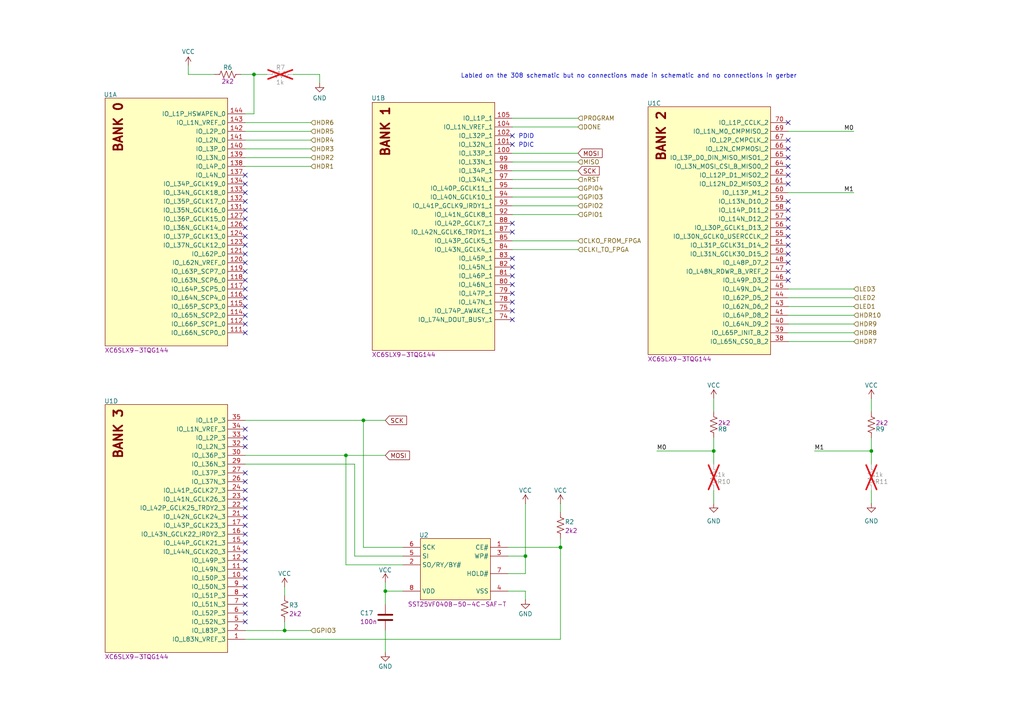
<source format=kicad_sch>
(kicad_sch (version 20231120) (generator "eeschema") (generator_version "8.0")
  (paper "A4")
  (lib_symbols
    (symbol "0603_Yageo_Res:RES_1k_0603" (pin_numbers hide)
      (property "Reference" "R" (at -20.32 5.08 0))
      (property "Display Value" "1k" (at 15.24 5.08 0))
      (symbol "RES_1k_0603_0_1"
        (polyline (pts (xy -2.286 0) (xy -2.54 0)))
        (polyline (pts (xy 2.286 0) (xy 2.54 0)))
        (polyline (pts (xy -2.286 0) (xy -1.905 1.016) (xy -1.524 0) (xy -1.143 -1.016) (xy -0.762 0)))
        (polyline (pts (xy -0.762 0) (xy -0.381 1.016) (xy 0 0) (xy 0.381 -1.016) (xy 0.762 0)))
        (polyline (pts (xy 0.762 0) (xy 1.143 1.016) (xy 1.524 0) (xy 1.905 -1.016) (xy 2.286 0)))
      )
      (symbol "RES_1k_0603_1_1"
        (pin passive line (at -3.81 0 0) (length 1.27) (name "~") (number "1"))
        (pin passive line (at 3.81 0 180) (length 1.27) (name "~") (number "2"))
      )
    )
    (symbol "0603_Yageo_Res:RES_2k2_0603" (pin_numbers hide)
      (property "Reference" "R" (at -20.32 5.08 0))
      (property "Display Value" "2k2" (at 15.24 5.08 0))
      (symbol "RES_2k2_0603_0_1"
        (polyline (pts (xy -2.286 0) (xy -2.54 0)))
        (polyline (pts (xy 2.286 0) (xy 2.54 0)))
        (polyline (pts (xy -2.286 0) (xy -1.905 1.016) (xy -1.524 0) (xy -1.143 -1.016) (xy -0.762 0)))
        (polyline (pts (xy -0.762 0) (xy -0.381 1.016) (xy 0 0) (xy 0.381 -1.016) (xy 0.762 0)))
        (polyline (pts (xy 0.762 0) (xy 1.143 1.016) (xy 1.524 0) (xy 1.905 -1.016) (xy 2.286 0)))
      )
      (symbol "RES_2k2_0603_1_1"
        (pin passive line (at -3.81 0 0) (length 1.27) (name "~") (number "1"))
        (pin passive line (at 3.81 0 180) (length 1.27) (name "~") (number "2"))
      )
    )
    (symbol "Integrated_Circuits:SST25VF040B-50-4C-SAF-T"
      (property "Reference" "U" (at -9.652 3.556 0))
      (property "Display Value" "SST25VF040B-50-4C-SAF-T" (at 3.81 -16.51 0))
      (symbol "SST25VF040B-50-4C-SAF-T_1_1"
        (rectangle (start -10.16 2.54) (end 10.16 -15.24) (fill (type background)))
        (pin unspecified line (at 15.24 0 180) (length 5.08) (name "CE#") (number "1"))
        (pin unspecified line (at -15.24 -5.08 0) (length 5.08) (name "SO/RY/BY#") (number "2"))
        (pin unspecified line (at 15.24 -2.54 180) (length 5.08) (name "WP#") (number "3"))
        (pin unspecified line (at 15.24 -12.7 180) (length 5.08) (name "VSS") (number "4"))
        (pin unspecified line (at -15.24 -2.54 0) (length 5.08) (name "SI") (number "5"))
        (pin unspecified line (at -15.24 0 0) (length 5.08) (name "SCK") (number "6"))
        (pin unspecified line (at 15.24 -7.62 180) (length 5.08) (name "HOLD#") (number "7"))
        (pin unspecified line (at -15.24 -12.7 0) (length 5.08) (name "VDD") (number "8"))
      )
    )
    (symbol "Integrated_Circuits:XC6SLX9-3TQG144"
      (property "Reference" "U" (at -17.78 6.35 0))
      (property "Display Value" "XC6SLX9-3TQG144" (at -10.16 -69.85 0))
      (symbol "XC6SLX9-3TQG144_1_1"
        (rectangle (start -19.05 4.572) (end 16.51 -67.31) (fill (type background)))
        (text "BANK 0" (at -15.24 -3.81 900) (effects (font (size 2.54 2.54) (thickness 0.508) (bold yes))))
        (pin unspecified line (at 21.59 -63.5 180) (length 5.08) (name "IO_L66N_SCP0_0") (number "111"))
        (pin unspecified line (at 21.59 -60.96 180) (length 5.08) (name "IO_L66P_SCP1_0") (number "112"))
        (pin unspecified line (at 21.59 -58.42 180) (length 5.08) (name "IO_L65N_SCP2_0") (number "114"))
        (pin unspecified line (at 21.59 -55.88 180) (length 5.08) (name "IO_L65P_SCP3_0") (number "115"))
        (pin unspecified line (at 21.59 -53.34 180) (length 5.08) (name "IO_L64N_SCP4_0") (number "116"))
        (pin unspecified line (at 21.59 -50.8 180) (length 5.08) (name "IO_L64P_SCP5_0") (number "117"))
        (pin unspecified line (at 21.59 -48.26 180) (length 5.08) (name "IO_L63N_SCP6_0") (number "118"))
        (pin unspecified line (at 21.59 -45.72 180) (length 5.08) (name "IO_L63P_SCP7_0") (number "119"))
        (pin unspecified line (at 21.59 -43.18 180) (length 5.08) (name "IO_L62N_VREF_0") (number "120"))
        (pin unspecified line (at 21.59 -40.64 180) (length 5.08) (name "IO_L62P_0") (number "121"))
        (pin unspecified line (at 21.59 -38.1 180) (length 5.08) (name "IO_L37N_GCLK12_0") (number "123"))
        (pin unspecified line (at 21.59 -35.56 180) (length 5.08) (name "IO_L37P_GCLK13_0") (number "124"))
        (pin unspecified line (at 21.59 -33.02 180) (length 5.08) (name "IO_L36N_GCLK14_0") (number "126"))
        (pin unspecified line (at 21.59 -30.48 180) (length 5.08) (name "IO_L36P_GCLK15_0") (number "127"))
        (pin unspecified line (at 21.59 -27.94 180) (length 5.08) (name "IO_L35N_GCLK16_0") (number "131"))
        (pin unspecified line (at 21.59 -25.4 180) (length 5.08) (name "IO_L35P_GCLK17_0") (number "132"))
        (pin unspecified line (at 21.59 -22.86 180) (length 5.08) (name "IO_L34N_GCLK18_0") (number "133"))
        (pin unspecified line (at 21.59 -20.32 180) (length 5.08) (name "IO_L34P_GCLK19_0") (number "134"))
        (pin unspecified line (at 21.59 -17.78 180) (length 5.08) (name "IO_L4N_0") (number "137"))
        (pin unspecified line (at 21.59 -15.24 180) (length 5.08) (name "IO_L4P_0") (number "138"))
        (pin unspecified line (at 21.59 -12.7 180) (length 5.08) (name "IO_L3N_0") (number "139"))
        (pin unspecified line (at 21.59 -10.16 180) (length 5.08) (name "IO_L3P_0") (number "140"))
        (pin unspecified line (at 21.59 -7.62 180) (length 5.08) (name "IO_L2N_0") (number "141"))
        (pin unspecified line (at 21.59 -5.08 180) (length 5.08) (name "IO_L2P_0") (number "142"))
        (pin unspecified line (at 21.59 -2.54 180) (length 5.08) (name "IO_L1N_VREF_0") (number "143"))
        (pin unspecified line (at 21.59 0 180) (length 5.08) (name "IO_L1P_HSWAPEN_0") (number "144"))
      )
      (symbol "XC6SLX9-3TQG144_2_1"
        (rectangle (start -19.05 4.572) (end 16.51 -67.31) (fill (type background)))
        (text "BANK 1" (at -15.24 -3.81 900) (effects (font (size 2.54 2.54) (thickness 0.508) (bold yes))))
        (pin unspecified line (at 21.59 -10.16 180) (length 5.08) (name "IO_L33P_1") (number "100"))
        (pin unspecified line (at 21.59 -7.62 180) (length 5.08) (name "IO_L32N_1") (number "101"))
        (pin unspecified line (at 21.59 -5.08 180) (length 5.08) (name "IO_L32P_1") (number "102"))
        (pin unspecified line (at 21.59 -2.54 180) (length 5.08) (name "IO_L1N_VREF_1") (number "104"))
        (pin unspecified line (at 21.59 0 180) (length 5.08) (name "IO_L1P_1") (number "105"))
        (pin unspecified line (at 21.59 -58.42 180) (length 5.08) (name "IO_L74N_DOUT_BUSY_1") (number "74"))
        (pin unspecified line (at 21.59 -55.88 180) (length 5.08) (name "IO_L74P_AWAKE_1") (number "75"))
        (pin unspecified line (at 21.59 -53.34 180) (length 5.08) (name "IO_L47N_1") (number "78"))
        (pin unspecified line (at 21.59 -50.8 180) (length 5.08) (name "IO_L47P_1") (number "79"))
        (pin unspecified line (at 21.59 -48.26 180) (length 5.08) (name "IO_L46N_1") (number "80"))
        (pin unspecified line (at 21.59 -45.72 180) (length 5.08) (name "IO_L46P_1") (number "81"))
        (pin unspecified line (at 21.59 -43.18 180) (length 5.08) (name "IO_L45N_1") (number "82"))
        (pin unspecified line (at 21.59 -40.64 180) (length 5.08) (name "IO_L45P_1") (number "83"))
        (pin unspecified line (at 21.59 -38.1 180) (length 5.08) (name "IO_L43N_GCLK4_1") (number "84"))
        (pin unspecified line (at 21.59 -35.56 180) (length 5.08) (name "IO_L43P_GCLK5_1") (number "85"))
        (pin unspecified line (at 21.59 -33.02 180) (length 5.08) (name "IO_L42N_GCLK6_TRDY1_1") (number "87"))
        (pin unspecified line (at 21.59 -30.48 180) (length 5.08) (name "IO_L42P_GCLK7_1") (number "88"))
        (pin unspecified line (at 21.59 -27.94 180) (length 5.08) (name "IO_L41N_GCLK8_1") (number "92"))
        (pin unspecified line (at 21.59 -25.4 180) (length 5.08) (name "IO_L41P_GCLK9_IRDY1_1") (number "93"))
        (pin unspecified line (at 21.59 -22.86 180) (length 5.08) (name "IO_L40N_GCLK10_1") (number "94"))
        (pin unspecified line (at 21.59 -20.32 180) (length 5.08) (name "IO_L40P_GCLK11_1") (number "95"))
        (pin unspecified line (at 21.59 -17.78 180) (length 5.08) (name "IO_L34N_1") (number "97"))
        (pin unspecified line (at 21.59 -15.24 180) (length 5.08) (name "IO_L34P_1") (number "98"))
        (pin unspecified line (at 21.59 -12.7 180) (length 5.08) (name "IO_L33N_1") (number "99"))
      )
      (symbol "XC6SLX9-3TQG144_3_1"
        (rectangle (start -19.05 4.572) (end 16.51 -67.31) (fill (type background)))
        (text "BANK 2\n" (at -15.24 -3.81 900) (effects (font (size 2.54 2.54) (thickness 0.508) (bold yes))))
        (pin unspecified line (at 21.59 -63.5 180) (length 5.08) (name "IO_L65N_CSO_B_2") (number "38"))
        (pin unspecified line (at 21.59 -60.96 180) (length 5.08) (name "IO_L65P_INIT_B_2") (number "39"))
        (pin unspecified line (at 21.59 -58.42 180) (length 5.08) (name "IO_L64N_D9_2") (number "40"))
        (pin unspecified line (at 21.59 -55.88 180) (length 5.08) (name "IO_L64P_D8_2") (number "41"))
        (pin unspecified line (at 21.59 -53.34 180) (length 5.08) (name "IO_L62N_D6_2") (number "43"))
        (pin unspecified line (at 21.59 -50.8 180) (length 5.08) (name "IO_L62P_D5_2") (number "44"))
        (pin unspecified line (at 21.59 -48.26 180) (length 5.08) (name "IO_L49N_D4_2") (number "45"))
        (pin unspecified line (at 21.59 -45.72 180) (length 5.08) (name "IO_L49P_D3_2") (number "46"))
        (pin unspecified line (at 21.59 -43.18 180) (length 5.08) (name "IO_L48N_RDWR_B_VREF_2") (number "47"))
        (pin unspecified line (at 21.59 -40.64 180) (length 5.08) (name "IO_L48P_D7_2") (number "48"))
        (pin unspecified line (at 21.59 -38.1 180) (length 5.08) (name "IO_L31N_GCLK30_D15_2") (number "50"))
        (pin unspecified line (at 21.59 -35.56 180) (length 5.08) (name "IO_L31P_GCLK31_D14_2") (number "51"))
        (pin unspecified line (at 21.59 -33.02 180) (length 5.08) (name "IO_L30N_GCLK0_USERCCLK_2") (number "55"))
        (pin unspecified line (at 21.59 -30.48 180) (length 5.08) (name "IO_L30P_GCLK1_D13_2") (number "56"))
        (pin unspecified line (at 21.59 -27.94 180) (length 5.08) (name "IO_L14N_D12_2") (number "57"))
        (pin unspecified line (at 21.59 -25.4 180) (length 5.08) (name "IO_L14P_D11_2") (number "58"))
        (pin unspecified line (at 21.59 -22.86 180) (length 5.08) (name "IO_L13N_D10_2") (number "59"))
        (pin unspecified line (at 21.59 -20.32 180) (length 5.08) (name "IO_L13P_M1_2") (number "60"))
        (pin unspecified line (at 21.59 -17.78 180) (length 5.08) (name "IO_L12N_D2_MISO3_2") (number "61"))
        (pin unspecified line (at 21.59 -15.24 180) (length 5.08) (name "IO_L12P_D1_MISO2_2") (number "62"))
        (pin unspecified line (at 21.59 -12.7 180) (length 5.08) (name "IO_L3N_MOSI_CSI_B_MISO0_2") (number "64"))
        (pin unspecified line (at 21.59 -10.16 180) (length 5.08) (name "IO_L3P_D0_DIN_MISO_MISO1_2") (number "65"))
        (pin unspecified line (at 21.59 -7.62 180) (length 5.08) (name "IO_L2N_CMPMOSI_2") (number "66"))
        (pin unspecified line (at 21.59 -5.08 180) (length 5.08) (name "IO_L2P_CMPCLK_2") (number "67"))
        (pin unspecified line (at 21.59 -2.54 180) (length 5.08) (name "IO_L1N_M0_CMPMISO_2") (number "69"))
        (pin unspecified line (at 21.59 0 180) (length 5.08) (name "IO_L1P_CCLK_2") (number "70"))
      )
      (symbol "XC6SLX9-3TQG144_4_1"
        (rectangle (start -19.05 4.572) (end 16.51 -67.31) (fill (type background)))
        (text "BANK 3" (at -15.24 -3.81 900) (effects (font (size 2.54 2.54) (thickness 0.508) (bold yes))))
        (pin unspecified line (at 21.59 -63.5 180) (length 5.08) (name "IO_L83N_VREF_3") (number "1"))
        (pin unspecified line (at 21.59 -45.72 180) (length 5.08) (name "IO_L50P_3") (number "10"))
        (pin unspecified line (at 21.59 -43.18 180) (length 5.08) (name "IO_L49N_3") (number "11"))
        (pin unspecified line (at 21.59 -40.64 180) (length 5.08) (name "IO_L49P_3") (number "12"))
        (pin unspecified line (at 21.59 -38.1 180) (length 5.08) (name "IO_L44N_GCLK20_3") (number "14"))
        (pin unspecified line (at 21.59 -35.56 180) (length 5.08) (name "IO_L44P_GCLK21_3") (number "15"))
        (pin unspecified line (at 21.59 -33.02 180) (length 5.08) (name "IO_L43N_GCLK22_IRDY2_3") (number "16"))
        (pin unspecified line (at 21.59 -30.48 180) (length 5.08) (name "IO_L43P_GCLK23_3") (number "17"))
        (pin unspecified line (at 21.59 -60.96 180) (length 5.08) (name "IO_L83P_3") (number "2"))
        (pin unspecified line (at 21.59 -27.94 180) (length 5.08) (name "IO_L42N_GCLK24_3") (number "21"))
        (pin unspecified line (at 21.59 -25.4 180) (length 5.08) (name "IO_L42P_GCLK25_TRDY2_3") (number "22"))
        (pin unspecified line (at 21.59 -22.86 180) (length 5.08) (name "IO_L41N_GCLK26_3") (number "23"))
        (pin unspecified line (at 21.59 -20.32 180) (length 5.08) (name "IO_L41P_GCLK27_3") (number "24"))
        (pin unspecified line (at 21.59 -17.78 180) (length 5.08) (name "IO_L37N_3") (number "26"))
        (pin unspecified line (at 21.59 -15.24 180) (length 5.08) (name "IO_L37P_3") (number "27"))
        (pin unspecified line (at 21.59 -12.7 180) (length 5.08) (name "IO_L36N_3") (number "29"))
        (pin unspecified line (at 21.59 -10.16 180) (length 5.08) (name "IO_L36P_3") (number "30"))
        (pin unspecified line (at 21.59 -7.62 180) (length 5.08) (name "IO_L2N_3") (number "32"))
        (pin unspecified line (at 21.59 -5.08 180) (length 5.08) (name "IO_L2P_3") (number "33"))
        (pin unspecified line (at 21.59 -2.54 180) (length 5.08) (name "IO_L1N_VREF_3") (number "34"))
        (pin unspecified line (at 21.59 0 180) (length 5.08) (name "IO_L1P_3") (number "35"))
        (pin unspecified line (at 21.59 -58.42 180) (length 5.08) (name "IO_L52N_3") (number "5"))
        (pin unspecified line (at 21.59 -55.88 180) (length 5.08) (name "IO_L52P_3") (number "6"))
        (pin unspecified line (at 21.59 -53.34 180) (length 5.08) (name "IO_L51N_3") (number "7"))
        (pin unspecified line (at 21.59 -50.8 180) (length 5.08) (name "IO_L51P_3") (number "8"))
        (pin unspecified line (at 21.59 -48.26 180) (length 5.08) (name "IO_L50N_3") (number "9"))
      )
      (symbol "XC6SLX9-3TQG144_5_1"
        (rectangle (start 0 4.064) (end 17.78 -29.718) (fill (type background)))
        (pin unspecified line (at -5.08 -19.05 0) (length 5.08) (name "TDO") (number "106"))
        (pin unspecified line (at -5.08 -21.59 0) (length 5.08) (name "TMS") (number "107"))
        (pin unspecified line (at -5.08 -16.51 0) (length 5.08) (name "TCK") (number "109"))
        (pin unspecified line (at -5.08 -13.97 0) (length 5.08) (name "TDI") (number "110"))
        (pin unspecified line (at -5.08 -5.08 0) (length 5.08) (name "PROGRAM_B_2") (number "37"))
        (pin unspecified line (at -5.08 0 0) (length 5.08) (name "DONE_2") (number "71"))
        (pin unspecified line (at -5.08 -26.67 0) (length 5.08) (name "CMPCS_B_2") (number "72"))
        (pin unspecified line (at -5.08 -7.62 0) (length 5.08) (name "SUSPEND") (number "73"))
      )
      (symbol "XC6SLX9-3TQG144_6_1"
        (rectangle (start -10.16 3.81) (end 10.16 -35.814) (fill (type background)))
        (pin unspecified line (at -15.24 -10.16 0) (length 5.08) (name "VCCO_1") (number "103"))
        (pin unspecified line (at -15.24 -5.08 0) (length 5.08) (name "VCCO_0") (number "122"))
        (pin unspecified line (at -15.24 -2.54 0) (length 5.08) (name "VCCO_0") (number "125"))
        (pin unspecified line (at 15.24 -16.51 180) (length 5.08) (name "VCCINT") (number "128"))
        (pin unspecified line (at 15.24 0 180) (length 5.08) (name "VCCAUX") (number "129"))
        (pin unspecified line (at -15.24 0 0) (length 5.08) (name "VCCO_0") (number "135"))
        (pin unspecified line (at -15.24 -30.48 0) (length 5.08) (name "VCCO_3") (number "18"))
        (pin unspecified line (at 15.24 -26.67 180) (length 5.08) (name "VCCINT") (number "19"))
        (pin unspecified line (at 15.24 -10.16 180) (length 5.08) (name "VCCAUX") (number "20"))
        (pin unspecified line (at 15.24 -24.13 180) (length 5.08) (name "VCCINT") (number "28"))
        (pin unspecified line (at -15.24 -27.94 0) (length 5.08) (name "VCCO_3") (number "31"))
        (pin unspecified line (at 15.24 -7.62 180) (length 5.08) (name "VCCAUX") (number "36"))
        (pin unspecified line (at -15.24 -33.02 0) (length 5.08) (name "VCCO_3") (number "4"))
        (pin unspecified line (at -15.24 -22.86 0) (length 5.08) (name "VCCO_2") (number "42"))
        (pin unspecified line (at 15.24 -21.59 180) (length 5.08) (name "VCCINT") (number "52"))
        (pin unspecified line (at 15.24 -5.08 180) (length 5.08) (name "VCCAUX") (number "53"))
        (pin unspecified line (at -15.24 -20.32 0) (length 5.08) (name "VCCO_2") (number "63"))
        (pin unspecified line (at -15.24 -15.24 0) (length 5.08) (name "VCCO_1") (number "76"))
        (pin unspecified line (at -15.24 -12.7 0) (length 5.08) (name "VCCO_1") (number "86"))
        (pin unspecified line (at 15.24 -19.05 180) (length 5.08) (name "VCCINT") (number "89"))
        (pin unspecified line (at 15.24 -2.54 180) (length 5.08) (name "VCCAUX") (number "90"))
      )
      (symbol "XC6SLX9-3TQG144_7_1"
        (rectangle (start -7.62 3.048) (end 7.62 -18.542) (fill (type background)))
        (pin unspecified line (at -12.7 -7.62 0) (length 5.08) (name "GND") (number "108"))
        (pin unspecified line (at -12.7 -5.08 0) (length 5.08) (name "GND") (number "113"))
        (pin unspecified line (at -12.7 -12.7 0) (length 5.08) (name "GND") (number "13"))
        (pin unspecified line (at -12.7 -2.54 0) (length 5.08) (name "GND") (number "130"))
        (pin unspecified line (at -12.7 0 0) (length 5.08) (name "GND") (number "136"))
        (pin unspecified line (at -12.7 -10.16 0) (length 5.08) (name "GND") (number "25"))
        (pin unspecified line (at -12.7 -15.24 0) (length 5.08) (name "GND") (number "3"))
        (pin unspecified line (at 12.7 -12.7 180) (length 5.08) (name "GND") (number "49"))
        (pin unspecified line (at 12.7 -10.16 180) (length 5.08) (name "GND") (number "54"))
        (pin unspecified line (at 12.7 -7.62 180) (length 5.08) (name "GND") (number "68"))
        (pin unspecified line (at 12.7 -5.08 180) (length 5.08) (name "GND") (number "77"))
        (pin unspecified line (at 12.7 -2.54 180) (length 5.08) (name "GND") (number "91"))
        (pin unspecified line (at 12.7 0 180) (length 5.08) (name "GND") (number "96"))
      )
    )
    (symbol "nae_caps:CAP_100n_6.3V_0603" (pin_numbers hide)
      (property "Reference" "C" (at -20.32 5.08 0))
      (property "Display Value" "100n" (at 15.24 5.08 0))
      (symbol "CAP_100n_6.3V_0603_0_1"
        (polyline (pts (xy -0.762 -2.032) (xy -0.762 2.032)) (stroke (width 0.508)))
        (polyline (pts (xy 0.762 -2.032) (xy 0.762 2.032)) (stroke (width 0.508)))
      )
      (symbol "CAP_100n_6.3V_0603_1_1"
        (pin passive line (at -3.81 0 0) (length 2.794) (name "~") (number "1"))
        (pin passive line (at 3.81 0 180) (length 2.794) (name "~") (number "2"))
      )
    )
    (symbol "power:GND" (power) (pin_numbers hide) (pin_names (offset 0) hide)
      (property "Value" "GND" (at 0 -3.81 0))
      (symbol "GND_0_1"
        (polyline (pts (xy 0 0) (xy 0 -1.27) (xy 1.27 -1.27) (xy 0 -2.54) (xy -1.27 -1.27) (xy 0 -1.27)))
      )
      (symbol "GND_1_1"
        (pin power_in line (at 0 0 270) (length 0) (name "~") (number "1"))
      )
    )
    (symbol "power:VCC" (power) (pin_numbers hide) (pin_names (offset 0) hide)
      (property "Value" "VCC" (at 0 3.556 0))
      (symbol "VCC_0_1"
        (polyline (pts (xy -0.762 1.27) (xy 0 2.54)))
        (polyline (pts (xy 0 0) (xy 0 2.54)))
        (polyline (pts (xy 0 2.54) (xy 0.762 1.27)))
      )
      (symbol "VCC_1_1"
        (pin power_in line (at 0 0 90) (length 0) (name "~") (number "1"))
      )
    )
  )
  (junction (at 111.76 171.45))
  (junction (at 82.55 182.88))
  (junction (at 252.73 130.81))
  (junction (at 105.41 121.92))
  (junction (at 100.33 132.08))
  (junction (at 162.56 158.75))
  (junction (at 73.66 21.59))
  (junction (at 207.01 130.81))
  (junction (at 152.4 161.29))
  (no_connect (at 148.59 39.37))
  (no_connect (at 71.12 76.2))
  (no_connect (at 71.12 177.8))
  (no_connect (at 71.12 147.32))
  (no_connect (at 71.12 71.12))
  (no_connect (at 71.12 93.98))
  (no_connect (at 71.12 58.42))
  (no_connect (at 71.12 157.48))
  (no_connect (at 71.12 96.52))
  (no_connect (at 71.12 137.16))
  (no_connect (at 71.12 127))
  (no_connect (at 228.6 50.8))
  (no_connect (at 228.6 40.64))
  (no_connect (at 228.6 76.2))
  (no_connect (at 148.59 74.93))
  (no_connect (at 71.12 180.34))
  (no_connect (at 228.6 63.5))
  (no_connect (at 148.59 41.91))
  (no_connect (at 148.59 64.77))
  (no_connect (at 228.6 35.56))
  (no_connect (at 71.12 91.44))
  (no_connect (at 71.12 66.04))
  (no_connect (at 71.12 86.36))
  (no_connect (at 71.12 55.88))
  (no_connect (at 148.59 85.09))
  (no_connect (at 228.6 60.96))
  (no_connect (at 148.59 92.71))
  (no_connect (at 71.12 88.9))
  (no_connect (at 71.12 175.26))
  (no_connect (at 71.12 162.56))
  (no_connect (at 228.6 68.58))
  (no_connect (at 71.12 83.82))
  (no_connect (at 71.12 142.24))
  (no_connect (at 71.12 144.78))
  (no_connect (at 228.6 71.12))
  (no_connect (at 71.12 170.18))
  (no_connect (at 71.12 149.86))
  (no_connect (at 228.6 73.66))
  (no_connect (at 71.12 165.1))
  (no_connect (at 71.12 139.7))
  (no_connect (at 228.6 48.26))
  (no_connect (at 71.12 81.28))
  (no_connect (at 148.59 87.63))
  (no_connect (at 71.12 160.02))
  (no_connect (at 71.12 73.66))
  (no_connect (at 148.59 90.17))
  (no_connect (at 71.12 172.72))
  (no_connect (at 71.12 50.8))
  (no_connect (at 71.12 53.34))
  (no_connect (at 71.12 167.64))
  (no_connect (at 228.6 81.28))
  (no_connect (at 71.12 78.74))
  (no_connect (at 71.12 152.4))
  (no_connect (at 228.6 66.04))
  (no_connect (at 71.12 124.46))
  (no_connect (at 71.12 68.58))
  (no_connect (at 148.59 82.55))
  (no_connect (at 228.6 78.74))
  (no_connect (at 71.12 63.5))
  (no_connect (at 71.12 60.96))
  (no_connect (at 228.6 58.42))
  (no_connect (at 71.12 154.94))
  (no_connect (at 148.59 80.01))
  (no_connect (at 148.59 77.47))
  (no_connect (at 228.6 53.34))
  (no_connect (at 148.59 67.31))
  (no_connect (at 228.6 45.72))
  (no_connect (at 228.6 43.18))
  (no_connect (at 71.12 129.54))
  (wire (pts (xy 148.59 69.85) (xy 167.64 69.85)))
  (wire (pts (xy 162.56 156.21) (xy 162.56 158.75)))
  (wire (pts (xy 148.59 57.15) (xy 167.64 57.15)))
  (wire (pts (xy 162.56 146.05) (xy 162.56 148.59)))
  (wire (pts (xy 207.01 127) (xy 207.01 130.81)))
  (wire (pts (xy 111.76 171.45) (xy 111.76 168.91)))
  (wire (pts (xy 71.12 185.42) (xy 162.56 185.42)))
  (wire (pts (xy 148.59 52.07) (xy 167.64 52.07)))
  (wire (pts (xy 73.66 33.02) (xy 73.66 21.59)))
  (wire (pts (xy 100.33 132.08) (xy 111.76 132.08)))
  (wire (pts (xy 100.33 132.08) (xy 100.33 163.83)))
  (wire (pts (xy 228.6 91.44) (xy 247.65 91.44)))
  (wire (pts (xy 82.55 180.34) (xy 82.55 182.88)))
  (wire (pts (xy 54.61 21.59) (xy 54.61 19.05)))
  (wire (pts (xy 111.76 171.45) (xy 111.76 175.26)))
  (wire (pts (xy 100.33 163.83) (xy 116.84 163.83)))
  (wire (pts (xy 71.12 182.88) (xy 82.55 182.88)))
  (wire (pts (xy 148.59 36.83) (xy 167.64 36.83)))
  (wire (pts (xy 152.4 146.05) (xy 152.4 161.29)))
  (wire (pts (xy 228.6 88.9) (xy 247.65 88.9)))
  (wire (pts (xy 228.6 55.88) (xy 247.65 55.88)))
  (wire (pts (xy 92.71 21.59) (xy 92.71 24.13)))
  (wire (pts (xy 152.4 161.29) (xy 152.4 166.37)))
  (wire (pts (xy 71.12 132.08) (xy 100.33 132.08)))
  (wire (pts (xy 71.12 40.64) (xy 90.17 40.64)))
  (wire (pts (xy 148.59 54.61) (xy 167.64 54.61)))
  (wire (pts (xy 147.32 166.37) (xy 152.4 166.37)))
  (wire (pts (xy 252.73 115.57) (xy 252.73 119.38)))
  (wire (pts (xy 71.12 35.56) (xy 90.17 35.56)))
  (wire (pts (xy 252.73 130.81) (xy 252.73 134.62)))
  (wire (pts (xy 71.12 38.1) (xy 90.17 38.1)))
  (wire (pts (xy 148.59 34.29) (xy 167.64 34.29)))
  (wire (pts (xy 71.12 121.92) (xy 105.41 121.92)))
  (wire (pts (xy 71.12 43.18) (xy 90.17 43.18)))
  (wire (pts (xy 252.73 127) (xy 252.73 130.81)))
  (wire (pts (xy 116.84 171.45) (xy 111.76 171.45)))
  (wire (pts (xy 71.12 48.26) (xy 90.17 48.26)))
  (wire (pts (xy 73.66 21.59) (xy 77.47 21.59)))
  (wire (pts (xy 82.55 182.88) (xy 90.17 182.88)))
  (wire (pts (xy 62.23 21.59) (xy 54.61 21.59)))
  (wire (pts (xy 71.12 134.62) (xy 102.87 134.62)))
  (wire (pts (xy 148.59 59.69) (xy 167.64 59.69)))
  (wire (pts (xy 147.32 171.45) (xy 152.4 171.45)))
  (wire (pts (xy 69.85 21.59) (xy 73.66 21.59)))
  (wire (pts (xy 148.59 46.99) (xy 167.64 46.99)))
  (wire (pts (xy 82.55 170.18) (xy 82.55 172.72)))
  (wire (pts (xy 207.01 115.57) (xy 207.01 119.38)))
  (wire (pts (xy 252.73 142.24) (xy 252.73 146.05)))
  (wire (pts (xy 228.6 93.98) (xy 247.65 93.98)))
  (wire (pts (xy 102.87 134.62) (xy 102.87 161.29)))
  (wire (pts (xy 228.6 99.06) (xy 247.65 99.06)))
  (wire (pts (xy 148.59 62.23) (xy 167.64 62.23)))
  (wire (pts (xy 228.6 83.82) (xy 247.65 83.82)))
  (wire (pts (xy 228.6 96.52) (xy 247.65 96.52)))
  (wire (pts (xy 148.59 49.53) (xy 167.64 49.53)))
  (wire (pts (xy 85.09 21.59) (xy 92.71 21.59)))
  (wire (pts (xy 152.4 173.99) (xy 152.4 171.45)))
  (wire (pts (xy 71.12 45.72) (xy 90.17 45.72)))
  (wire (pts (xy 228.6 86.36) (xy 247.65 86.36)))
  (wire (pts (xy 148.59 44.45) (xy 167.64 44.45)))
  (wire (pts (xy 111.76 182.88) (xy 111.76 189.23)))
  (wire (pts (xy 105.41 158.75) (xy 116.84 158.75)))
  (wire (pts (xy 147.32 161.29) (xy 152.4 161.29)))
  (wire (pts (xy 71.12 33.02) (xy 73.66 33.02)))
  (wire (pts (xy 190.5 130.81) (xy 207.01 130.81)))
  (wire (pts (xy 105.41 121.92) (xy 111.76 121.92)))
  (wire (pts (xy 105.41 121.92) (xy 105.41 158.75)))
  (wire (pts (xy 102.87 161.29) (xy 116.84 161.29)))
  (wire (pts (xy 207.01 130.81) (xy 207.01 134.62)))
  (wire (pts (xy 148.59 72.39) (xy 167.64 72.39)))
  (wire (pts (xy 207.01 142.24) (xy 207.01 146.05)))
  (wire (pts (xy 147.32 158.75) (xy 162.56 158.75)))
  (wire (pts (xy 162.56 158.75) (xy 162.56 185.42)))
  (wire (pts (xy 228.6 38.1) (xy 247.65 38.1)))
  (wire (pts (xy 236.22 130.81) (xy 252.73 130.81)))
  (text "PDID\n" (at 152.654 39.624 0) (effects (font (size 1.27 1.27))))
  (text "Labled on the 308 schematic but no connections made in schematic and no connections in gerber" (at 182.372 22.098 0) (effects (font (size 1.27 1.27))))
  (text "PDIC\n" (at 152.654 42.164 0) (effects (font (size 1.27 1.27))))
  (text "Confirm footprint/package for U2 -> matched up with the info found in data sheet but gerber of old pcb does not seem to match\nAlso confirm if this is mounted or not. in the BOM in dropbox it doesnt state DNM but the BOM in the production folder does say DNM" (at 174.244 215.392 0) (effects (font (size 1.27 1.27))))
  (label "M0" (at 190.5 130.81 0))
  (label "M0" (at 247.65 38.1 180))
  (label "M1" (at 236.22 130.81 0))
  (label "M1" (at 247.65 55.88 180))
  (global_label "SCK" (shape input) (at 167.64 49.53 0) (property "Intersheetrefs" "${INTERSHEET_REFS}" (effects (hide yes))))
  (global_label "MOSI" (shape input) (at 111.76 132.08 0) (property "Intersheetrefs" "${INTERSHEET_REFS}" (effects (hide yes))))
  (global_label "SCK" (shape input) (at 111.76 121.92 0) (property "Intersheetrefs" "${INTERSHEET_REFS}" (effects (hide yes))))
  (global_label "MOSI" (shape input) (at 167.64 44.45 0) (property "Intersheetrefs" "${INTERSHEET_REFS}" (effects (hide yes))))
  (hierarchical_label "HDR10" (shape input) (at 247.65 91.44 0))
  (hierarchical_label "HDR8" (shape input) (at 247.65 96.52 0))
  (hierarchical_label "PROGRAM" (shape input) (at 167.64 34.29 0))
  (hierarchical_label "MISO" (shape input) (at 167.64 46.99 0))
  (hierarchical_label "HDR7" (shape input) (at 247.65 99.06 0))
  (hierarchical_label "HDR5" (shape input) (at 90.17 38.1 0))
  (hierarchical_label "HDR4" (shape input) (at 90.17 40.64 0))
  (hierarchical_label "LED1" (shape input) (at 247.65 88.9 0))
  (hierarchical_label "LED3" (shape input) (at 247.65 83.82 0))
  (hierarchical_label "HDR6" (shape input) (at 90.17 35.56 0))
  (hierarchical_label "GPIO4" (shape input) (at 167.64 54.61 0))
  (hierarchical_label "LED2" (shape input) (at 247.65 86.36 0))
  (hierarchical_label "HDR3" (shape input) (at 90.17 43.18 0))
  (hierarchical_label "HDR2" (shape input) (at 90.17 45.72 0))
  (hierarchical_label "GPIO2" (shape input) (at 167.64 59.69 0))
  (hierarchical_label "CLKO_FROM_FPGA" (shape input) (at 167.64 69.85 0))
  (hierarchical_label "GPIO3" (shape input) (at 167.64 57.15 0))
  (hierarchical_label "nRST" (shape input) (at 167.64 52.07 0))
  (hierarchical_label "CLKI_TO_FPGA" (shape input) (at 167.64 72.39 0))
  (hierarchical_label "GPIO1" (shape input) (at 167.64 62.23 0))
  (hierarchical_label "DONE" (shape input) (at 167.64 36.83 0))
  (hierarchical_label "HDR9" (shape input) (at 247.65 93.98 0))
  (hierarchical_label "GPIO3" (shape input) (at 90.17 182.88 0))
  (hierarchical_label "HDR1" (shape input) (at 90.17 48.26 0))
  (symbol (lib_id "0603_Yageo_Res:RES_2k2_0603") (at 66.04 21.59 0) (unit 1)
    (property "Reference" "R6" (at 66.04 19.558 0))
    (property "Value" "RES_2k2_0603" (effects (hide yes)))
    (property "Footprint" "Resistor_SMD:R_0603_1608Metric" (effects (hide yes)))
    (property "Datasheet" "https://www.yageo.com/upload/media/product/products/datasheet/rchip/PYu-RC_Group_51_RoHS_L_12.pdf" (effects (hide yes)))
    (property "Description" "RES 2.2K OHM 1% 1/10W 0603" (effects (hide yes)))
    (property "Display Value" "2k2" (at 66.04 23.622 0))
    (property "Manufacturer" "YAGEO" (effects (hide yes)))
    (property "Manufacturer Part Number" "RC0603FR-072K2L" (effects (hide yes)))
    (property "Supplier 1" "DigiKey" (effects (hide yes)))
    (property "Supplier 1 Part Number" "311-2.20KHRCT-ND" (effects (hide yes)))
    (property "Supplier 2" "no_data" (effects (hide yes)))
    (property "Supplier 2 Part Number" "no_data" (effects (hide yes)))
  )
  (symbol (lib_id "power:VCC") (at 152.4 146.05 0) (unit 1)
    (property "Reference" "#PWR032" (effects (hide yes)))
    (property "Value" "VCC" (at 152.4 142.24 0))
    (property "Description" "Power symbol creates a global label with name \"VCC\"" (effects (hide yes)))
  )
  (symbol (lib_id "0603_Yageo_Res:RES_1k_0603") (at 207.01 138.43 90) (unit 1) (dnp yes)
    (property "Reference" "R10" (at 208.026 139.7 90) (effects (justify right)))
    (property "Value" "RES_1k_0603" (effects (hide yes)))
    (property "Footprint" "Resistor_SMD:R_0603_1608Metric" (effects (hide yes)))
    (property "Datasheet" "https://www.yageo.com/upload/media/product/products/datasheet/rchip/PYu-RC_Group_51_RoHS_L_12.pdf" (effects (hide yes)))
    (property "Description" "RES 1K OHM 1% 1/10W 0603" (effects (hide yes)))
    (property "Display Value" "1k" (at 208.026 137.6679 90) (effects (justify right)))
    (property "Manufacturer" "YAGEO" (effects (hide yes)))
    (property "Manufacturer Part Number" "RC0603FR-071KL" (effects (hide yes)))
    (property "Supplier 1" "DigiKey" (effects (hide yes)))
    (property "Supplier 1 Part Number" "311-1.00KHRCT-ND" (effects (hide yes)))
    (property "Supplier 2" "no_data" (effects (hide yes)))
    (property "Supplier 2 Part Number" "no_data" (effects (hide yes)))
  )
  (symbol (lib_id "0603_Yageo_Res:RES_1k_0603") (at 252.73 138.43 90) (unit 1) (dnp yes)
    (property "Reference" "R11" (at 253.746 139.7 90) (effects (justify right)))
    (property "Value" "RES_1k_0603" (effects (hide yes)))
    (property "Footprint" "Resistor_SMD:R_0603_1608Metric" (effects (hide yes)))
    (property "Datasheet" "https://www.yageo.com/upload/media/product/products/datasheet/rchip/PYu-RC_Group_51_RoHS_L_12.pdf" (effects (hide yes)))
    (property "Description" "RES 1K OHM 1% 1/10W 0603" (effects (hide yes)))
    (property "Display Value" "1k" (at 253.746 137.6679 90) (effects (justify right)))
    (property "Manufacturer" "YAGEO" (effects (hide yes)))
    (property "Manufacturer Part Number" "RC0603FR-071KL" (effects (hide yes)))
    (property "Supplier 1" "DigiKey" (effects (hide yes)))
    (property "Supplier 1 Part Number" "311-1.00KHRCT-ND" (effects (hide yes)))
    (property "Supplier 2" "no_data" (effects (hide yes)))
    (property "Supplier 2 Part Number" "no_data" (effects (hide yes)))
  )
  (symbol (lib_id "power:GND") (at 207.01 146.05 0) (unit 1)
    (property "Reference" "#PWR036" (effects (hide yes)))
    (property "Value" "GND" (at 207.01 151.13 0))
    (property "Description" "Power symbol creates a global label with name \"GND\" , ground" (effects (hide yes)))
  )
  (symbol (lib_id "Integrated_Circuits:XC6SLX9-3TQG144") (at 127 34.29 0) (unit 2)
    (property "Reference" "U1" (at 109.728 28.448 0))
    (property "Value" "XC6SLX9-3TQG144" (effects (hide yes)))
    (property "Footprint" "Package_QFP:TQFP-144_20x20mm_P0.5mm" (effects (hide yes)))
    (property "Datasheet" "https://docs.amd.com/v/u/en-US/ds162" (effects (hide yes)))
    (property "Description" "IC FPGA 102 I/O 144TQFP" (effects (hide yes)))
    (property "Display Value" "XC6SLX9-3TQG144" (at 117.094 102.87 0))
    (property "Manufacturer" "AMD" (effects (hide yes)))
    (property "Manufacturer Part Number" "XC6SLX9-3TQG144CXC6SLX9-3TQG144C" (effects (hide yes)))
    (property "Supplier 1" "DigiKey" (effects (hide yes)))
    (property "Supplier 1 Part Number" "122-1747-ND" (effects (hide yes)))
  )
  (symbol (lib_id "power:VCC") (at 54.61 19.05 0) (unit 1)
    (property "Reference" "#PWR028" (effects (hide yes)))
    (property "Value" "VCC" (at 54.61 14.986 0))
    (property "Description" "Power symbol creates a global label with name \"VCC\"" (effects (hide yes)))
  )
  (symbol (lib_id "power:GND") (at 252.73 146.05 0) (unit 1)
    (property "Reference" "#PWR038" (effects (hide yes)))
    (property "Value" "GND" (at 252.73 151.13 0))
    (property "Description" "Power symbol creates a global label with name \"GND\" , ground" (effects (hide yes)))
  )
  (symbol (lib_id "0603_Yageo_Res:RES_1k_0603") (at 81.28 21.59 180) (unit 1) (dnp yes)
    (property "Reference" "R7" (at 80.01 19.558 0) (effects (justify right)))
    (property "Value" "RES_1k_0603" (effects (hide yes)))
    (property "Footprint" "Resistor_SMD:R_0603_1608Metric" (effects (hide yes)))
    (property "Datasheet" "https://www.yageo.com/upload/media/product/products/datasheet/rchip/PYu-RC_Group_51_RoHS_L_12.pdf" (effects (hide yes)))
    (property "Description" "RES 1K OHM 1% 1/10W 0603" (effects (hide yes)))
    (property "Display Value" "1k" (at 80.01 23.876 0) (effects (justify right)))
    (property "Manufacturer" "YAGEO" (effects (hide yes)))
    (property "Manufacturer Part Number" "RC0603FR-071KL" (effects (hide yes)))
    (property "Supplier 1" "DigiKey" (effects (hide yes)))
    (property "Supplier 1 Part Number" "311-1.00KHRCT-ND" (effects (hide yes)))
    (property "Supplier 2" "no_data" (effects (hide yes)))
    (property "Supplier 2 Part Number" "no_data" (effects (hide yes)))
  )
  (symbol (lib_id "Integrated_Circuits:SST25VF040B-50-4C-SAF-T") (at 132.08 158.75 0) (unit 1)
    (property "Reference" "U2" (at 122.936 155.194 0))
    (property "Value" "SST25VF040B-50-4C-SAF-T" (effects (hide yes)))
    (property "Footprint" "Package_SO:SOIC-8_5.275x5.275mm_P1.27mm" (effects (hide yes)))
    (property "Datasheet" "https://ww1.microchip.com/downloads/en/DeviceDoc/20005051E.pdf" (effects (hide yes)))
    (property "Description" "IC FLASH 4MBIT SPI 50MHZ 8SOIC" (effects (hide yes)))
    (property "Display Value" "SST25VF040B-50-4C-SAF-T" (at 132.588 175.26 0))
    (property "Manufacturer" "Microchip Technology" (effects (hide yes)))
    (property "Manufacturer Part Number" "SST25VF040B-50-4C-SAF-T" (effects (hide yes)))
    (property "Supplier 1" "DigiKey" (effects (hide yes)))
    (property "Supplier 1 Part Number" "SST25VF040B-50-4C-SAF-TTR-ND" (effects (hide yes)))
  )
  (symbol (lib_id "power:VCC") (at 111.76 168.91 0) (unit 1)
    (property "Reference" "#PWR031" (effects (hide yes)))
    (property "Value" "VCC" (at 111.76 165.354 0))
    (property "Description" "Power symbol creates a global label with name \"VCC\"" (effects (hide yes)))
  )
  (symbol (lib_id "power:VCC") (at 252.73 115.57 0) (unit 1)
    (property "Reference" "#PWR037" (effects (hide yes)))
    (property "Value" "VCC" (at 252.73 111.76 0))
    (property "Description" "Power symbol creates a global label with name \"VCC\"" (effects (hide yes)))
  )
  (symbol (lib_id "power:VCC") (at 82.55 170.18 0) (unit 1)
    (property "Reference" "#PWR034" (effects (hide yes)))
    (property "Value" "VCC" (at 82.55 166.37 0))
    (property "Description" "Power symbol creates a global label with name \"VCC\"" (effects (hide yes)))
  )
  (symbol (lib_id "0603_Yageo_Res:RES_2k2_0603") (at 207.01 123.19 90) (unit 1)
    (property "Reference" "R8" (at 209.55 124.46 90))
    (property "Value" "RES_2k2_0603" (effects (hide yes)))
    (property "Footprint" "Resistor_SMD:R_0603_1608Metric" (effects (hide yes)))
    (property "Datasheet" "https://www.yageo.com/upload/media/product/products/datasheet/rchip/PYu-RC_Group_51_RoHS_L_12.pdf" (effects (hide yes)))
    (property "Description" "RES 2.2K OHM 1% 1/10W 0603" (effects (hide yes)))
    (property "Display Value" "2k2" (at 210.058 122.682 90))
    (property "Manufacturer" "YAGEO" (effects (hide yes)))
    (property "Manufacturer Part Number" "RC0603FR-072K2L" (effects (hide yes)))
    (property "Supplier 1" "DigiKey" (effects (hide yes)))
    (property "Supplier 1 Part Number" "311-2.20KHRCT-ND" (effects (hide yes)))
    (property "Supplier 2" "no_data" (effects (hide yes)))
    (property "Supplier 2 Part Number" "no_data" (effects (hide yes)))
  )
  (symbol (lib_id "Integrated_Circuits:XC6SLX9-3TQG144") (at 49.53 121.92 0) (unit 4)
    (property "Reference" "U1" (at 32.258 116.332 0))
    (property "Value" "XC6SLX9-3TQG144" (effects (hide yes)))
    (property "Footprint" "Package_QFP:TQFP-144_20x20mm_P0.5mm" (effects (hide yes)))
    (property "Datasheet" "https://docs.amd.com/v/u/en-US/ds162" (effects (hide yes)))
    (property "Description" "IC FPGA 102 I/O 144TQFP" (effects (hide yes)))
    (property "Display Value" "XC6SLX9-3TQG144" (at 39.624 190.5 0))
    (property "Manufacturer" "AMD" (effects (hide yes)))
    (property "Manufacturer Part Number" "XC6SLX9-3TQG144CXC6SLX9-3TQG144C" (effects (hide yes)))
    (property "Supplier 1" "DigiKey" (effects (hide yes)))
    (property "Supplier 1 Part Number" "122-1747-ND" (effects (hide yes)))
  )
  (symbol (lib_id "power:GND") (at 111.76 189.23 0) (mirror y) (unit 1)
    (property "Reference" "#PWR030" (effects (hide yes)))
    (property "Value" "GND" (at 111.76 193.294 0))
    (property "Description" "Power symbol creates a global label with name \"GND\" , ground" (effects (hide yes)))
  )
  (symbol (lib_id "nae_caps:CAP_100n_6.3V_0603") (at 111.76 179.07 270) (unit 1)
    (property "Reference" "C17" (at 104.394 177.8 90) (effects (justify left)))
    (property "Value" "CAP_100n_6.3V_0603" (effects (hide yes)))
    (property "Footprint" "Capacitor_SMD:C_0603_1608Metric" (effects (hide yes)))
    (property "Datasheet" "https://www.yageo.com/upload/media/product/productsearch/datasheet/mlcc/UPY-GPHC_X7R_6.3V-to-250V_24.pdf" (effects (hide yes)))
    (property "Description" "CAP CER 0.1UF 6.3V X7R 0603" (effects (hide yes)))
    (property "Display Value" "100n" (at 104.394 180.34 90) (effects (justify left)))
    (property "Manufacturer" "YAGEO" (effects (hide yes)))
    (property "Manufacturer Part Number" "CC0603KRX7R5BB104" (effects (hide yes)))
    (property "Supplier 1" "DigiKey" (effects (hide yes)))
    (property "Supplier 1 Part Number" "13-CC0603KRX7R5BB104CT-ND" (effects (hide yes)))
    (property "Supplier 2" "no_data" (effects (hide yes)))
    (property "Supplier 2 Part Number" "no_data" (effects (hide yes)))
  )
  (symbol (lib_id "0603_Yageo_Res:RES_2k2_0603") (at 252.73 123.19 90) (unit 1)
    (property "Reference" "R9" (at 255.27 124.46 90))
    (property "Value" "RES_2k2_0603" (effects (hide yes)))
    (property "Footprint" "Resistor_SMD:R_0603_1608Metric" (effects (hide yes)))
    (property "Datasheet" "https://www.yageo.com/upload/media/product/products/datasheet/rchip/PYu-RC_Group_51_RoHS_L_12.pdf" (effects (hide yes)))
    (property "Description" "RES 2.2K OHM 1% 1/10W 0603" (effects (hide yes)))
    (property "Display Value" "2k2" (at 255.778 122.682 90))
    (property "Manufacturer" "YAGEO" (effects (hide yes)))
    (property "Manufacturer Part Number" "RC0603FR-072K2L" (effects (hide yes)))
    (property "Supplier 1" "DigiKey" (effects (hide yes)))
    (property "Supplier 1 Part Number" "311-2.20KHRCT-ND" (effects (hide yes)))
    (property "Supplier 2" "no_data" (effects (hide yes)))
    (property "Supplier 2 Part Number" "no_data" (effects (hide yes)))
  )
  (symbol (lib_id "Integrated_Circuits:XC6SLX9-3TQG144") (at 207.01 35.56 0) (unit 3)
    (property "Reference" "U1" (at 189.738 29.972 0))
    (property "Value" "XC6SLX9-3TQG144" (effects (hide yes)))
    (property "Footprint" "Package_QFP:TQFP-144_20x20mm_P0.5mm" (effects (hide yes)))
    (property "Datasheet" "https://docs.amd.com/v/u/en-US/ds162" (effects (hide yes)))
    (property "Description" "IC FPGA 102 I/O 144TQFP" (effects (hide yes)))
    (property "Display Value" "XC6SLX9-3TQG144" (at 197.104 104.14 0))
    (property "Manufacturer" "AMD" (effects (hide yes)))
    (property "Manufacturer Part Number" "XC6SLX9-3TQG144CXC6SLX9-3TQG144C" (effects (hide yes)))
    (property "Supplier 1" "DigiKey" (effects (hide yes)))
    (property "Supplier 1 Part Number" "122-1747-ND" (effects (hide yes)))
  )
  (symbol (lib_id "0603_Yageo_Res:RES_2k2_0603") (at 82.55 176.53 90) (unit 1)
    (property "Reference" "R3" (at 83.82 175.514 90) (effects (justify right)))
    (property "Value" "RES_2k2_0603" (effects (hide yes)))
    (property "Footprint" "Resistor_SMD:R_0603_1608Metric" (effects (hide yes)))
    (property "Datasheet" "https://www.yageo.com/upload/media/product/products/datasheet/rchip/PYu-RC_Group_51_RoHS_L_12.pdf" (effects (hide yes)))
    (property "Description" "RES 2.2K OHM 1% 1/10W 0603" (effects (hide yes)))
    (property "Display Value" "2k2" (at 83.82 178.054 90) (effects (justify right)))
    (property "Manufacturer" "YAGEO" (effects (hide yes)))
    (property "Manufacturer Part Number" "RC0603FR-072K2L" (effects (hide yes)))
    (property "Supplier 1" "DigiKey" (effects (hide yes)))
    (property "Supplier 1 Part Number" "311-2.20KHRCT-ND" (effects (hide yes)))
    (property "Supplier 2" "no_data" (effects (hide yes)))
    (property "Supplier 2 Part Number" "no_data" (effects (hide yes)))
  )
  (symbol (lib_id "Integrated_Circuits:XC6SLX9-3TQG144") (at 49.53 33.02 0) (unit 1)
    (property "Reference" "U1" (at 32.004 27.432 0))
    (property "Value" "XC6SLX9-3TQG144" (effects (hide yes)))
    (property "Footprint" "Package_QFP:TQFP-144_20x20mm_P0.5mm" (effects (hide yes)))
    (property "Datasheet" "https://docs.amd.com/v/u/en-US/ds162" (effects (hide yes)))
    (property "Description" "IC FPGA 102 I/O 144TQFP" (effects (hide yes)))
    (property "Display Value" "XC6SLX9-3TQG144" (at 39.624 101.6 0))
    (property "Manufacturer" "AMD" (effects (hide yes)))
    (property "Manufacturer Part Number" "XC6SLX9-3TQG144CXC6SLX9-3TQG144C" (effects (hide yes)))
    (property "Supplier 1" "DigiKey" (effects (hide yes)))
    (property "Supplier 1 Part Number" "122-1747-ND" (effects (hide yes)))
  )
  (symbol (lib_id "power:VCC") (at 207.01 115.57 0) (unit 1)
    (property "Reference" "#PWR035" (effects (hide yes)))
    (property "Value" "VCC" (at 207.01 111.76 0))
    (property "Description" "Power symbol creates a global label with name \"VCC\"" (effects (hide yes)))
  )
  (symbol (lib_id "power:GND") (at 152.4 173.99 0) (unit 1)
    (property "Reference" "#PWR029" (effects (hide yes)))
    (property "Value" "GND" (at 152.4 178.054 0))
    (property "Description" "Power symbol creates a global label with name \"GND\" , ground" (effects (hide yes)))
  )
  (symbol (lib_id "0603_Yageo_Res:RES_2k2_0603") (at 162.56 152.4 90) (unit 1)
    (property "Reference" "R2" (at 163.83 151.384 90) (effects (justify right)))
    (property "Value" "RES_2k2_0603" (effects (hide yes)))
    (property "Footprint" "Resistor_SMD:R_0603_1608Metric" (effects (hide yes)))
    (property "Datasheet" "https://www.yageo.com/upload/media/product/products/datasheet/rchip/PYu-RC_Group_51_RoHS_L_12.pdf" (effects (hide yes)))
    (property "Description" "RES 2.2K OHM 1% 1/10W 0603" (effects (hide yes)))
    (property "Display Value" "2k2" (at 163.83 153.924 90) (effects (justify right)))
    (property "Manufacturer" "YAGEO" (effects (hide yes)))
    (property "Manufacturer Part Number" "RC0603FR-072K2L" (effects (hide yes)))
    (property "Supplier 1" "DigiKey" (effects (hide yes)))
    (property "Supplier 1 Part Number" "311-2.20KHRCT-ND" (effects (hide yes)))
    (property "Supplier 2" "no_data" (effects (hide yes)))
    (property "Supplier 2 Part Number" "no_data" (effects (hide yes)))
  )
  (symbol (lib_id "power:VCC") (at 162.56 146.05 0) (unit 1)
    (property "Reference" "#PWR033" (effects (hide yes)))
    (property "Value" "VCC" (at 162.56 142.24 0))
    (property "Description" "Power symbol creates a global label with name \"VCC\"" (effects (hide yes)))
  )
  (symbol (lib_id "power:GND") (at 92.71 24.13 0) (unit 1)
    (property "Reference" "#PWR027" (effects (hide yes)))
    (property "Value" "GND" (at 92.71 28.448 0))
    (property "Description" "Power symbol creates a global label with name \"GND\" , ground" (effects (hide yes)))
  )
)
</source>
